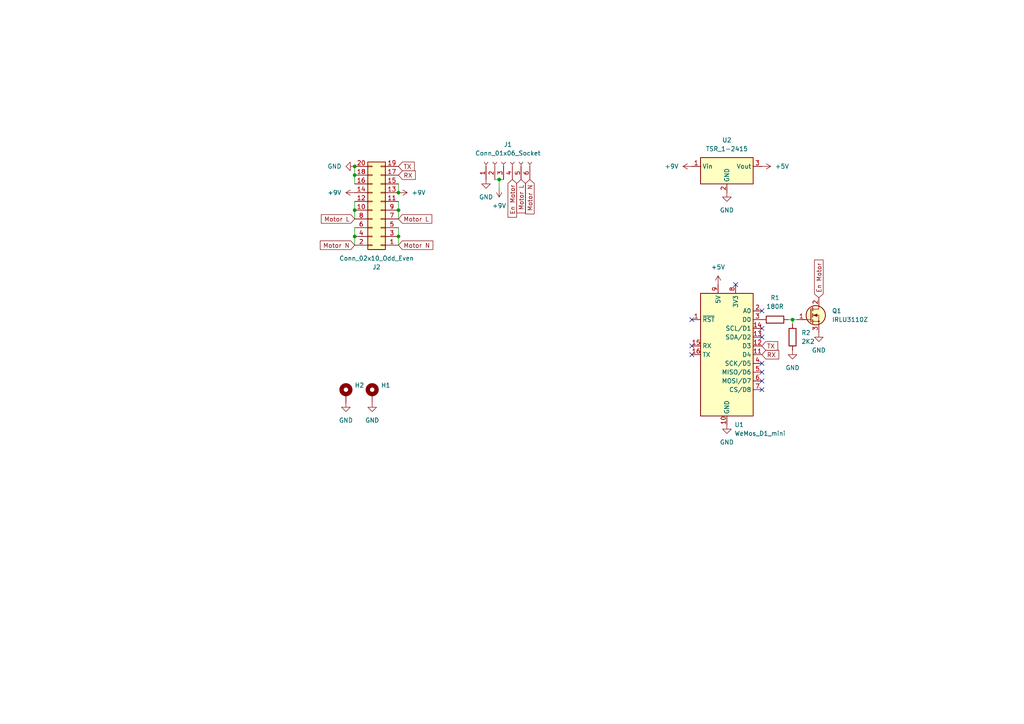
<source format=kicad_sch>
(kicad_sch (version 20230121) (generator eeschema)
  (paper "A4")
  (lib_symbols
    (symbol "Connector:Conn_01x06_Socket" (pin_names (offset 1.016) hide)
      (property "Reference" "J" (at 0 7.62 0))
      (property "Value" "Conn_01x06_Socket" (at 0 -10.16 0))
      (symbol "Conn_01x06_Socket_1_1"
        (arc (start 0 -7.112) (mid -0.5058 -7.62) (end 0 -8.128) (stroke (width 0.1524)))
        (arc (start 0 -4.572) (mid -0.5058 -5.08) (end 0 -5.588) (stroke (width 0.1524)))
        (arc (start 0 -2.032) (mid -0.5058 -2.54) (end 0 -3.048) (stroke (width 0.1524)))
        (polyline (pts (xy -1.27 -7.62) (xy -0.508 -7.62)) (stroke (width 0.1524)))
        (polyline (pts (xy -1.27 -5.08) (xy -0.508 -5.08)) (stroke (width 0.1524)))
        (polyline (pts (xy -1.27 -2.54) (xy -0.508 -2.54)) (stroke (width 0.1524)))
        (polyline (pts (xy -1.27 0) (xy -0.508 0)) (stroke (width 0.1524)))
        (polyline (pts (xy -1.27 2.54) (xy -0.508 2.54)) (stroke (width 0.1524)))
        (polyline (pts (xy -1.27 5.08) (xy -0.508 5.08)) (stroke (width 0.1524)))
        (arc (start 0 0.508) (mid -0.5058 0) (end 0 -0.508) (stroke (width 0.1524)))
        (arc (start 0 3.048) (mid -0.5058 2.54) (end 0 2.032) (stroke (width 0.1524)))
        (arc (start 0 5.588) (mid -0.5058 5.08) (end 0 4.572) (stroke (width 0.1524)))
        (pin passive line (at -5.08 5.08 0) (length 3.81) (name "Pin_1") (number "1"))
        (pin passive line (at -5.08 2.54 0) (length 3.81) (name "Pin_2") (number "2"))
        (pin passive line (at -5.08 0 0) (length 3.81) (name "Pin_3") (number "3"))
        (pin passive line (at -5.08 -2.54 0) (length 3.81) (name "Pin_4") (number "4"))
        (pin passive line (at -5.08 -5.08 0) (length 3.81) (name "Pin_5") (number "5"))
        (pin passive line (at -5.08 -7.62 0) (length 3.81) (name "Pin_6") (number "6"))
      )
    )
    (symbol "Connector_Generic:Conn_02x10_Odd_Even" (pin_names (offset 1.016) hide)
      (property "Reference" "J" (at 1.27 12.7 0))
      (property "Value" "Conn_02x10_Odd_Even" (at 1.27 -15.24 0))
      (symbol "Conn_02x10_Odd_Even_1_1"
        (rectangle (start -1.27 -12.573) (end 0 -12.827) (stroke (width 0.1524)))
        (rectangle (start -1.27 -10.033) (end 0 -10.287) (stroke (width 0.1524)))
        (rectangle (start -1.27 -7.493) (end 0 -7.747) (stroke (width 0.1524)))
        (rectangle (start -1.27 -4.953) (end 0 -5.207) (stroke (width 0.1524)))
        (rectangle (start -1.27 -2.413) (end 0 -2.667) (stroke (width 0.1524)))
        (rectangle (start -1.27 0.127) (end 0 -0.127) (stroke (width 0.1524)))
        (rectangle (start -1.27 2.667) (end 0 2.413) (stroke (width 0.1524)))
        (rectangle (start -1.27 5.207) (end 0 4.953) (stroke (width 0.1524)))
        (rectangle (start -1.27 7.747) (end 0 7.493) (stroke (width 0.1524)))
        (rectangle (start -1.27 10.287) (end 0 10.033) (stroke (width 0.1524)))
        (rectangle (start -1.27 11.43) (end 3.81 -13.97) (stroke (width 0.254)) (fill (type background)))
        (rectangle (start 3.81 -12.573) (end 2.54 -12.827) (stroke (width 0.1524)))
        (rectangle (start 3.81 -10.033) (end 2.54 -10.287) (stroke (width 0.1524)))
        (rectangle (start 3.81 -7.493) (end 2.54 -7.747) (stroke (width 0.1524)))
        (rectangle (start 3.81 -4.953) (end 2.54 -5.207) (stroke (width 0.1524)))
        (rectangle (start 3.81 -2.413) (end 2.54 -2.667) (stroke (width 0.1524)))
        (rectangle (start 3.81 0.127) (end 2.54 -0.127) (stroke (width 0.1524)))
        (rectangle (start 3.81 2.667) (end 2.54 2.413) (stroke (width 0.1524)))
        (rectangle (start 3.81 5.207) (end 2.54 4.953) (stroke (width 0.1524)))
        (rectangle (start 3.81 7.747) (end 2.54 7.493) (stroke (width 0.1524)))
        (rectangle (start 3.81 10.287) (end 2.54 10.033) (stroke (width 0.1524)))
        (pin passive line (at -5.08 10.16 0) (length 3.81) (name "Pin_1") (number "1"))
        (pin passive line (at 7.62 0 180) (length 3.81) (name "Pin_10") (number "10"))
        (pin passive line (at -5.08 -2.54 0) (length 3.81) (name "Pin_11") (number "11"))
        (pin passive line (at 7.62 -2.54 180) (length 3.81) (name "Pin_12") (number "12"))
        (pin passive line (at -5.08 -5.08 0) (length 3.81) (name "Pin_13") (number "13"))
        (pin passive line (at 7.62 -5.08 180) (length 3.81) (name "Pin_14") (number "14"))
        (pin passive line (at -5.08 -7.62 0) (length 3.81) (name "Pin_15") (number "15"))
        (pin passive line (at 7.62 -7.62 180) (length 3.81) (name "Pin_16") (number "16"))
        (pin passive line (at -5.08 -10.16 0) (length 3.81) (name "Pin_17") (number "17"))
        (pin passive line (at 7.62 -10.16 180) (length 3.81) (name "Pin_18") (number "18"))
        (pin passive line (at -5.08 -12.7 0) (length 3.81) (name "Pin_19") (number "19"))
        (pin passive line (at 7.62 10.16 180) (length 3.81) (name "Pin_2") (number "2"))
        (pin passive line (at 7.62 -12.7 180) (length 3.81) (name "Pin_20") (number "20"))
        (pin passive line (at -5.08 7.62 0) (length 3.81) (name "Pin_3") (number "3"))
        (pin passive line (at 7.62 7.62 180) (length 3.81) (name "Pin_4") (number "4"))
        (pin passive line (at -5.08 5.08 0) (length 3.81) (name "Pin_5") (number "5"))
        (pin passive line (at 7.62 5.08 180) (length 3.81) (name "Pin_6") (number "6"))
        (pin passive line (at -5.08 2.54 0) (length 3.81) (name "Pin_7") (number "7"))
        (pin passive line (at 7.62 2.54 180) (length 3.81) (name "Pin_8") (number "8"))
        (pin passive line (at -5.08 0 0) (length 3.81) (name "Pin_9") (number "9"))
      )
    )
    (symbol "Device:R" (pin_numbers hide) (pin_names (offset 0))
      (property "Reference" "R" (at 2.032 0 90))
      (property "Value" "R" (at 0 0 90))
      (symbol "R_0_1"
        (rectangle (start -1.016 -2.54) (end 1.016 2.54) (stroke (width 0.254)))
      )
      (symbol "R_1_1"
        (pin passive line (at 0 3.81 270) (length 1.27) (name "~") (number "1"))
        (pin passive line (at 0 -3.81 90) (length 1.27) (name "~") (number "2"))
      )
    )
    (symbol "MCU_Module:WeMos_D1_mini"
      (property "Reference" "U" (at 3.81 19.05 0))
      (property "Value" "WeMos_D1_mini" (at 1.27 -19.05 0))
      (symbol "WeMos_D1_mini_1_1"
        (rectangle (start -7.62 17.78) (end 7.62 -17.78) (stroke (width 0.254)) (fill (type background)))
        (pin input line (at -10.16 10.16 0) (length 2.54) (name "~{RST}") (number "1"))
        (pin power_in line (at 0 -20.32 90) (length 2.54) (name "GND") (number "10"))
        (pin bidirectional line (at 10.16 0 180) (length 2.54) (name "D4") (number "11"))
        (pin bidirectional line (at 10.16 2.54 180) (length 2.54) (name "D3") (number "12"))
        (pin bidirectional line (at 10.16 5.08 180) (length 2.54) (name "SDA/D2") (number "13"))
        (pin bidirectional line (at 10.16 7.62 180) (length 2.54) (name "SCL/D1") (number "14"))
        (pin input line (at -10.16 2.54 0) (length 2.54) (name "RX") (number "15"))
        (pin output line (at -10.16 0 0) (length 2.54) (name "TX") (number "16"))
        (pin input line (at 10.16 12.7 180) (length 2.54) (name "A0") (number "2"))
        (pin bidirectional line (at 10.16 10.16 180) (length 2.54) (name "D0") (number "3"))
        (pin bidirectional line (at 10.16 -2.54 180) (length 2.54) (name "SCK/D5") (number "4"))
        (pin bidirectional line (at 10.16 -5.08 180) (length 2.54) (name "MISO/D6") (number "5"))
        (pin bidirectional line (at 10.16 -7.62 180) (length 2.54) (name "MOSI/D7") (number "6"))
        (pin bidirectional line (at 10.16 -10.16 180) (length 2.54) (name "CS/D8") (number "7"))
        (pin power_out line (at 2.54 20.32 270) (length 2.54) (name "3V3") (number "8"))
        (pin power_in line (at -2.54 20.32 270) (length 2.54) (name "5V") (number "9"))
      )
    )
    (symbol "Mechanical:MountingHole_Pad" (pin_numbers hide) (pin_names (offset 1.016) hide)
      (property "Reference" "H" (at 0 6.35 0))
      (property "Value" "MountingHole_Pad" (at 0 4.445 0))
      (symbol "MountingHole_Pad_0_1"
        (circle (center 0 1.27) (radius 1.27) (stroke (width 1.27)))
      )
      (symbol "MountingHole_Pad_1_1"
        (pin input line (at 0 -2.54 90) (length 2.54) (name "1") (number "1"))
      )
    )
    (symbol "PCM_Transistor_MOSFET_AKL:IRLU3110Z" (pin_names hide)
      (property "Reference" "Q" (at 5.08 1.27 0))
      (property "Value" "IRLU3110Z" (at 5.08 -1.27 0))
      (symbol "IRLU3110Z_0_1"
        (polyline (pts (xy 0.254 -1.27) (xy -2.54 -1.27)))
        (polyline (pts (xy 0.254 1.905) (xy 0.254 -1.905)) (stroke (width 0.254)))
        (polyline (pts (xy 0.762 -1.778) (xy 2.54 -1.778)))
        (polyline (pts (xy 0.762 -1.27) (xy 0.762 -2.286)) (stroke (width 0.254)))
        (polyline (pts (xy 0.762 0.508) (xy 0.762 -0.508)) (stroke (width 0.254)))
        (polyline (pts (xy 0.762 2.286) (xy 0.762 1.27)) (stroke (width 0.254)))
        (polyline (pts (xy 2.54 1.778) (xy 0.762 1.778)))
        (polyline (pts (xy 2.54 2.54) (xy 2.54 1.778)))
        (polyline (pts (xy 2.54 -2.54) (xy 2.54 0) (xy 0.762 0)))
        (polyline (pts (xy 1.016 0) (xy 2.032 0.381) (xy 2.032 -0.381) (xy 1.016 0)) (fill (type outline)))
        (circle (center 1.651 0) (radius 2.794) (stroke (width 0.254)) (fill (type background)))
        (circle (center 2.54 -1.778) (radius 0.1778) (fill (type outline)))
      )
      (symbol "IRLU3110Z_1_1"
        (pin input line (at -3.81 -1.27 0) (length 2.54) (name "G") (number "1"))
        (pin passive line (at 2.54 5.08 270) (length 2.54) (name "D") (number "2"))
        (pin passive line (at 2.54 -5.08 90) (length 2.54) (name "S") (number "3"))
      )
    )
    (symbol "Regulator_Switching:TSR_1-2415"
      (property "Reference" "U" (at -7.62 6.35 0))
      (property "Value" "TSR_1-2415" (at -1.27 6.35 0))
      (symbol "TSR_1-2415_0_1"
        (rectangle (start -7.62 5.08) (end 7.62 -2.54) (stroke (width 0.254)) (fill (type background)))
      )
      (symbol "TSR_1-2415_1_1"
        (pin power_in line (at -10.16 2.54 0) (length 2.54) (name "Vin") (number "1"))
        (pin power_in line (at 0 -5.08 90) (length 2.54) (name "GND") (number "2"))
        (pin power_out line (at 10.16 2.54 180) (length 2.54) (name "Vout") (number "3"))
      )
    )
    (symbol "power:+5V" (power) (pin_names (offset 0))
      (property "Value" "+5V" (at 0 3.556 0))
      (symbol "+5V_0_1"
        (polyline (pts (xy -0.762 1.27) (xy 0 2.54)))
        (polyline (pts (xy 0 0) (xy 0 2.54)))
        (polyline (pts (xy 0 2.54) (xy 0.762 1.27)))
      )
      (symbol "+5V_1_1"
        (pin power_in line (at 0 0 90) (length 0) hide (name "+5V") (number "1"))
      )
    )
    (symbol "power:+9V" (power) (pin_names (offset 0))
      (property "Value" "+9V" (at 0 3.556 0))
      (symbol "+9V_0_1"
        (polyline (pts (xy -0.762 1.27) (xy 0 2.54)))
        (polyline (pts (xy 0 0) (xy 0 2.54)))
        (polyline (pts (xy 0 2.54) (xy 0.762 1.27)))
      )
      (symbol "+9V_1_1"
        (pin power_in line (at 0 0 90) (length 0) hide (name "+9V") (number "1"))
      )
    )
    (symbol "power:GND" (power) (pin_names (offset 0))
      (property "Value" "GND" (at 0 -3.81 0))
      (symbol "GND_0_1"
        (polyline (pts (xy 0 0) (xy 0 -1.27) (xy 1.27 -1.27) (xy 0 -2.54) (xy -1.27 -1.27) (xy 0 -1.27)))
      )
      (symbol "GND_1_1"
        (pin power_in line (at 0 0 270) (length 0) hide (name "GND") (number "1"))
      )
    )
  )
  (junction (at 102.87 48.26))
  (junction (at 115.57 68.58))
  (junction (at 115.57 55.88))
  (junction (at 102.87 60.96))
  (junction (at 229.87 92.71))
  (junction (at 115.57 60.96))
  (junction (at 102.87 68.58))
  (junction (at 144.78 52.07))
  (junction (at 102.87 50.8))
  (no_connect (at 200.66 100.33))
  (no_connect (at 220.98 113.03))
  (no_connect (at 213.36 82.55))
  (no_connect (at 200.66 92.71))
  (no_connect (at 220.98 90.17))
  (no_connect (at 220.98 107.95))
  (no_connect (at 200.66 102.87))
  (no_connect (at 220.98 95.25))
  (no_connect (at 220.98 97.79))
  (no_connect (at 220.98 110.49))
  (no_connect (at 220.98 105.41))
  (wire (pts (xy 115.57 53.34) (xy 115.57 55.88)))
  (wire (pts (xy 115.57 58.42) (xy 115.57 60.96)))
  (wire (pts (xy 115.57 60.96) (xy 115.57 63.5)))
  (wire (pts (xy 229.87 92.71) (xy 229.87 93.98)))
  (wire (pts (xy 102.87 68.58) (xy 102.87 71.12)))
  (wire (pts (xy 228.6 92.71) (xy 229.87 92.71)))
  (wire (pts (xy 102.87 58.42) (xy 102.87 60.96)))
  (wire (pts (xy 229.87 92.71) (xy 231.14 92.71)))
  (wire (pts (xy 102.87 66.04) (xy 102.87 68.58)))
  (wire (pts (xy 143.51 52.07) (xy 144.78 52.07)))
  (wire (pts (xy 102.87 60.96) (xy 102.87 63.5)))
  (wire (pts (xy 115.57 68.58) (xy 115.57 71.12)))
  (wire (pts (xy 144.78 52.07) (xy 146.05 52.07)))
  (wire (pts (xy 144.78 54.61) (xy 144.78 52.07)))
  (wire (pts (xy 102.87 50.8) (xy 102.87 53.34)))
  (wire (pts (xy 115.57 66.04) (xy 115.57 68.58)))
  (wire (pts (xy 102.87 48.26) (xy 102.87 50.8)))
  (global_label "TX" (shape input) (at 115.57 48.26 0) (property "Intersheetrefs" "${INTERSHEET_REFS}" (effects hide)))
  (global_label "Motor L" (shape input) (at 102.87 63.5 180) (property "Intersheetrefs" "${INTERSHEET_REFS}" (effects hide)))
  (global_label "RX" (shape input) (at 115.57 50.8 0) (property "Intersheetrefs" "${INTERSHEET_REFS}" (effects hide)))
  (global_label "TX" (shape input) (at 220.98 100.33 0) (property "Intersheetrefs" "${INTERSHEET_REFS}" (effects hide)))
  (global_label "En Motor" (shape input) (at 148.59 52.07 270) (property "Intersheetrefs" "${INTERSHEET_REFS}" (effects hide)))
  (global_label "Motor N" (shape input) (at 153.67 52.07 270) (property "Intersheetrefs" "${INTERSHEET_REFS}" (effects hide)))
  (global_label "Motor N" (shape input) (at 102.87 71.12 180) (property "Intersheetrefs" "${INTERSHEET_REFS}" (effects hide)))
  (global_label "Motor N" (shape input) (at 115.57 71.12 0) (property "Intersheetrefs" "${INTERSHEET_REFS}" (effects hide)))
  (global_label "Motor L" (shape input) (at 115.57 63.5 0) (property "Intersheetrefs" "${INTERSHEET_REFS}" (effects hide)))
  (global_label "En Motor" (shape input) (at 237.49 86.36 90) (property "Intersheetrefs" "${INTERSHEET_REFS}" (effects hide)))
  (global_label "Motor L" (shape input) (at 151.13 52.07 270) (property "Intersheetrefs" "${INTERSHEET_REFS}" (effects hide)))
  (global_label "RX" (shape input) (at 220.98 102.87 0) (property "Intersheetrefs" "${INTERSHEET_REFS}" (effects hide)))
  (symbol (lib_id "power:+9V") (at 102.87 55.88 90) (unit 1)
    (property "Reference" "#PWR09" (effects hide))
    (property "Value" "+9V" (at 99.06 55.88 90) (effects (justify left)))
  )
  (symbol (lib_id "power:+5V") (at 220.98 48.26 270) (unit 1)
    (property "Reference" "#PWR05" (effects hide))
    (property "Value" "+5V" (at 224.79 48.26 90) (effects (justify left)))
  )
  (symbol (lib_id "Connector:Conn_01x06_Socket") (at 146.05 46.99 90) (unit 1)
    (property "Reference" "J1" (at 147.32 41.91 90))
    (property "Value" "Conn_01x06_Socket" (at 147.32 44.45 90))
    (property "Footprint" "Connector_Phoenix_MSTB:PhoenixContact_MSTBA_2,5_6-G-5,08_1x06_P5.08mm_Horizontal" (effects hide))
  )
  (symbol (lib_id "MCU_Module:WeMos_D1_mini") (at 210.82 102.87 0) (unit 1)
    (property "Reference" "U1" (at 213.0141 123.19 0) (effects (justify left)))
    (property "Value" "WeMos_D1_mini" (at 213.0141 125.73 0) (effects (justify left)))
    (property "Footprint" "Module:WEMOS_D1_mini_light" (effects hide))
    (property "Datasheet" "https://wiki.wemos.cc/products:d1:d1_mini#documentation" (effects hide))
  )
  (symbol (lib_id "power:+9V") (at 144.78 54.61 180) (unit 1)
    (property "Reference" "#PWR07" (effects hide))
    (property "Value" "+9V" (at 144.78 59.69 0))
  )
  (symbol (lib_id "Connector_Generic:Conn_02x10_Odd_Even") (at 110.49 60.96 180) (unit 1)
    (property "Reference" "J2" (at 109.22 77.47 0))
    (property "Value" "Conn_02x10_Odd_Even" (at 109.22 74.93 0))
    (property "Footprint" "Connector_IDC:IDC-Header_2x10_P2.54mm_Vertical" (effects hide))
  )
  (symbol (lib_id "Device:R") (at 224.79 92.71 90) (unit 1)
    (property "Reference" "R1" (at 224.79 86.36 90))
    (property "Value" "180R" (at 224.79 88.9 90))
    (property "Footprint" "Resistor_THT:R_Axial_DIN0204_L3.6mm_D1.6mm_P7.62mm_Horizontal" (effects hide))
  )
  (symbol (lib_id "power:GND") (at 210.82 123.19 0) (unit 1)
    (property "Reference" "#PWR02" (effects hide))
    (property "Value" "GND" (at 210.82 128.27 0))
  )
  (symbol (lib_id "power:+9V") (at 115.57 55.88 270) (unit 1)
    (property "Reference" "#PWR010" (effects hide))
    (property "Value" "+9V" (at 119.38 55.88 90) (effects (justify left)))
  )
  (symbol (lib_id "power:+9V") (at 200.66 48.26 90) (unit 1)
    (property "Reference" "#PWR04" (effects hide))
    (property "Value" "+9V" (at 196.85 48.26 90) (effects (justify left)))
  )
  (symbol (lib_id "power:GND") (at 229.87 101.6 0) (unit 1)
    (property "Reference" "#PWR014" (effects hide))
    (property "Value" "GND" (at 229.87 106.68 0))
  )
  (symbol (lib_id "power:GND") (at 210.82 55.88 0) (unit 1)
    (property "Reference" "#PWR03" (effects hide))
    (property "Value" "GND" (at 210.82 60.96 0))
  )
  (symbol (lib_id "Mechanical:MountingHole_Pad") (at 107.95 114.3 0) (unit 1)
    (property "Reference" "H1" (at 110.49 111.76 0) (effects (justify left)))
    (property "Value" "MountingHole_Pad" (effects hide))
    (property "Footprint" "MountingHole:MountingHole_3.2mm_M3_DIN965_Pad" (effects hide))
  )
  (symbol (lib_id "PCM_Transistor_MOSFET_AKL:IRLU3110Z") (at 234.95 91.44 0) (unit 1)
    (property "Reference" "Q1" (at 241.3 90.17 0) (effects (justify left)))
    (property "Value" "IRLU3110Z" (at 241.3 92.71 0) (effects (justify left)))
    (property "Footprint" "PCM_Package_TO_SOT_THT_AKL:TO-251-3_Vertical_GDS" (effects hide))
    (property "Datasheet" "https://www.tme.eu/Document/c8994bac23e4a3a85b4566bbea8df554/irlr3110zpbf.pdf" (effects hide))
  )
  (symbol (lib_id "power:GND") (at 237.49 96.52 0) (unit 1)
    (property "Reference" "#PWR013" (effects hide))
    (property "Value" "GND" (at 237.49 101.6 0))
  )
  (symbol (lib_id "power:GND") (at 107.95 116.84 0) (unit 1)
    (property "Reference" "#PWR012" (effects hide))
    (property "Value" "GND" (at 107.95 121.92 0))
  )
  (symbol (lib_id "Regulator_Switching:TSR_1-2415") (at 210.82 50.8 0) (unit 1)
    (property "Reference" "U2" (at 210.82 40.64 0))
    (property "Value" "TSR_1-2415" (at 210.82 43.18 0))
    (property "Footprint" "Converter_DCDC:Converter_DCDC_TRACO_TSR-1_THT" (effects hide))
    (property "Datasheet" "http://www.tracopower.com/products/tsr1.pdf" (effects hide))
  )
  (symbol (lib_id "power:+5V") (at 208.28 82.55 0) (unit 1)
    (property "Reference" "#PWR01" (effects hide))
    (property "Value" "+5V" (at 208.28 77.47 0))
  )
  (symbol (lib_id "Mechanical:MountingHole_Pad") (at 100.33 114.3 0) (unit 1)
    (property "Reference" "H2" (at 102.87 111.76 0) (effects (justify left)))
    (property "Value" "MountingHole_Pad" (effects hide))
    (property "Footprint" "MountingHole:MountingHole_3.2mm_M3_DIN965_Pad" (effects hide))
  )
  (symbol (lib_id "power:GND") (at 140.97 52.07 0) (unit 1)
    (property "Reference" "#PWR06" (effects hide))
    (property "Value" "GND" (at 140.97 57.15 0))
  )
  (symbol (lib_id "power:GND") (at 102.87 48.26 270) (unit 1)
    (property "Reference" "#PWR08" (effects hide))
    (property "Value" "GND" (at 99.06 48.26 90) (effects (justify right)))
  )
  (symbol (lib_id "power:GND") (at 100.33 116.84 0) (unit 1)
    (property "Reference" "#PWR011" (effects hide))
    (property "Value" "GND" (at 100.33 121.92 0))
  )
  (symbol (lib_id "Device:R") (at 229.87 97.79 0) (unit 1)
    (property "Reference" "R2" (at 232.41 96.52 0) (effects (justify left)))
    (property "Value" "2K2" (at 232.41 99.06 0) (effects (justify left)))
    (property "Footprint" "Resistor_THT:R_Axial_DIN0204_L3.6mm_D1.6mm_P7.62mm_Horizontal" (effects hide))
  )
)
</source>
